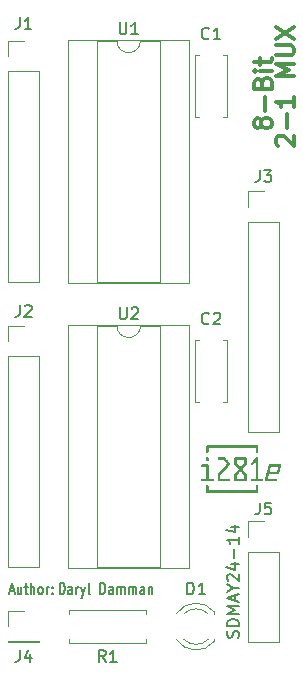
<source format=gto>
%TF.GenerationSoftware,KiCad,Pcbnew,(6.0.5)*%
%TF.CreationDate,2024-02-04T14:23:38-06:00*%
%TF.ProjectId,i281_mux,69323831-5f6d-4757-982e-6b696361645f,rev?*%
%TF.SameCoordinates,Original*%
%TF.FileFunction,Legend,Top*%
%TF.FilePolarity,Positive*%
%FSLAX46Y46*%
G04 Gerber Fmt 4.6, Leading zero omitted, Abs format (unit mm)*
G04 Created by KiCad (PCBNEW (6.0.5)) date 2024-02-04 14:23:38*
%MOMM*%
%LPD*%
G01*
G04 APERTURE LIST*
%ADD10C,0.200000*%
%ADD11C,0.150000*%
%ADD12C,0.300000*%
%ADD13C,0.120000*%
%ADD14C,1.600000*%
%ADD15O,1.600000X1.600000*%
%ADD16R,1.700000X1.700000*%
%ADD17O,1.700000X1.700000*%
%ADD18R,1.600000X1.600000*%
%ADD19C,1.800000*%
%ADD20R,1.800000X1.800000*%
G04 APERTURE END LIST*
D10*
X162964761Y-112688095D02*
X163012380Y-112545238D01*
X163012380Y-112307142D01*
X162964761Y-112211904D01*
X162917142Y-112164285D01*
X162821904Y-112116666D01*
X162726666Y-112116666D01*
X162631428Y-112164285D01*
X162583809Y-112211904D01*
X162536190Y-112307142D01*
X162488571Y-112497619D01*
X162440952Y-112592857D01*
X162393333Y-112640476D01*
X162298095Y-112688095D01*
X162202857Y-112688095D01*
X162107619Y-112640476D01*
X162060000Y-112592857D01*
X162012380Y-112497619D01*
X162012380Y-112259523D01*
X162060000Y-112116666D01*
X163012380Y-111688095D02*
X162012380Y-111688095D01*
X162012380Y-111450000D01*
X162060000Y-111307142D01*
X162155238Y-111211904D01*
X162250476Y-111164285D01*
X162440952Y-111116666D01*
X162583809Y-111116666D01*
X162774285Y-111164285D01*
X162869523Y-111211904D01*
X162964761Y-111307142D01*
X163012380Y-111450000D01*
X163012380Y-111688095D01*
X163012380Y-110688095D02*
X162012380Y-110688095D01*
X162726666Y-110354761D01*
X162012380Y-110021428D01*
X163012380Y-110021428D01*
X162726666Y-109592857D02*
X162726666Y-109116666D01*
X163012380Y-109688095D02*
X162012380Y-109354761D01*
X163012380Y-109021428D01*
X162536190Y-108497619D02*
X163012380Y-108497619D01*
X162012380Y-108830952D02*
X162536190Y-108497619D01*
X162012380Y-108164285D01*
X162107619Y-107878571D02*
X162060000Y-107830952D01*
X162012380Y-107735714D01*
X162012380Y-107497619D01*
X162060000Y-107402380D01*
X162107619Y-107354761D01*
X162202857Y-107307142D01*
X162298095Y-107307142D01*
X162440952Y-107354761D01*
X163012380Y-107926190D01*
X163012380Y-107307142D01*
X162345714Y-106450000D02*
X163012380Y-106450000D01*
X161964761Y-106688095D02*
X162679047Y-106926190D01*
X162679047Y-106307142D01*
X162631428Y-105926190D02*
X162631428Y-105164285D01*
X163012380Y-104164285D02*
X163012380Y-104735714D01*
X163012380Y-104450000D02*
X162012380Y-104450000D01*
X162155238Y-104545238D01*
X162250476Y-104640476D01*
X162298095Y-104735714D01*
X162345714Y-103307142D02*
X163012380Y-103307142D01*
X161964761Y-103545238D02*
X162679047Y-103783333D01*
X162679047Y-103164285D01*
D11*
X147836428Y-109037380D02*
X147836428Y-108037380D01*
X148015000Y-108037380D01*
X148122142Y-108085000D01*
X148193571Y-108180238D01*
X148229285Y-108275476D01*
X148265000Y-108465952D01*
X148265000Y-108608809D01*
X148229285Y-108799285D01*
X148193571Y-108894523D01*
X148122142Y-108989761D01*
X148015000Y-109037380D01*
X147836428Y-109037380D01*
X148907857Y-109037380D02*
X148907857Y-108513571D01*
X148872142Y-108418333D01*
X148800714Y-108370714D01*
X148657857Y-108370714D01*
X148586428Y-108418333D01*
X148907857Y-108989761D02*
X148836428Y-109037380D01*
X148657857Y-109037380D01*
X148586428Y-108989761D01*
X148550714Y-108894523D01*
X148550714Y-108799285D01*
X148586428Y-108704047D01*
X148657857Y-108656428D01*
X148836428Y-108656428D01*
X148907857Y-108608809D01*
X149265000Y-109037380D02*
X149265000Y-108370714D01*
X149265000Y-108561190D02*
X149300714Y-108465952D01*
X149336428Y-108418333D01*
X149407857Y-108370714D01*
X149479285Y-108370714D01*
X149657857Y-108370714D02*
X149836428Y-109037380D01*
X150015000Y-108370714D02*
X149836428Y-109037380D01*
X149765000Y-109275476D01*
X149729285Y-109323095D01*
X149657857Y-109370714D01*
X150407857Y-109037380D02*
X150336428Y-108989761D01*
X150300714Y-108894523D01*
X150300714Y-108037380D01*
X151265000Y-109037380D02*
X151265000Y-108037380D01*
X151443571Y-108037380D01*
X151550714Y-108085000D01*
X151622142Y-108180238D01*
X151657857Y-108275476D01*
X151693571Y-108465952D01*
X151693571Y-108608809D01*
X151657857Y-108799285D01*
X151622142Y-108894523D01*
X151550714Y-108989761D01*
X151443571Y-109037380D01*
X151265000Y-109037380D01*
X152336428Y-109037380D02*
X152336428Y-108513571D01*
X152300714Y-108418333D01*
X152229285Y-108370714D01*
X152086428Y-108370714D01*
X152015000Y-108418333D01*
X152336428Y-108989761D02*
X152265000Y-109037380D01*
X152086428Y-109037380D01*
X152015000Y-108989761D01*
X151979285Y-108894523D01*
X151979285Y-108799285D01*
X152015000Y-108704047D01*
X152086428Y-108656428D01*
X152265000Y-108656428D01*
X152336428Y-108608809D01*
X152693571Y-109037380D02*
X152693571Y-108370714D01*
X152693571Y-108465952D02*
X152729285Y-108418333D01*
X152800714Y-108370714D01*
X152907857Y-108370714D01*
X152979285Y-108418333D01*
X153015000Y-108513571D01*
X153015000Y-109037380D01*
X153015000Y-108513571D02*
X153050714Y-108418333D01*
X153122142Y-108370714D01*
X153229285Y-108370714D01*
X153300714Y-108418333D01*
X153336428Y-108513571D01*
X153336428Y-109037380D01*
X153693571Y-109037380D02*
X153693571Y-108370714D01*
X153693571Y-108465952D02*
X153729285Y-108418333D01*
X153800714Y-108370714D01*
X153907857Y-108370714D01*
X153979285Y-108418333D01*
X154015000Y-108513571D01*
X154015000Y-109037380D01*
X154015000Y-108513571D02*
X154050714Y-108418333D01*
X154122142Y-108370714D01*
X154229285Y-108370714D01*
X154300714Y-108418333D01*
X154336428Y-108513571D01*
X154336428Y-109037380D01*
X155015000Y-109037380D02*
X155015000Y-108513571D01*
X154979285Y-108418333D01*
X154907857Y-108370714D01*
X154765000Y-108370714D01*
X154693571Y-108418333D01*
X155015000Y-108989761D02*
X154943571Y-109037380D01*
X154765000Y-109037380D01*
X154693571Y-108989761D01*
X154657857Y-108894523D01*
X154657857Y-108799285D01*
X154693571Y-108704047D01*
X154765000Y-108656428D01*
X154943571Y-108656428D01*
X155015000Y-108608809D01*
X155372142Y-108370714D02*
X155372142Y-109037380D01*
X155372142Y-108465952D02*
X155407857Y-108418333D01*
X155479285Y-108370714D01*
X155586428Y-108370714D01*
X155657857Y-108418333D01*
X155693571Y-108513571D01*
X155693571Y-109037380D01*
X143593571Y-108751666D02*
X143950714Y-108751666D01*
X143522142Y-109037380D02*
X143772142Y-108037380D01*
X144022142Y-109037380D01*
X144593571Y-108370714D02*
X144593571Y-109037380D01*
X144272142Y-108370714D02*
X144272142Y-108894523D01*
X144307857Y-108989761D01*
X144379285Y-109037380D01*
X144486428Y-109037380D01*
X144557857Y-108989761D01*
X144593571Y-108942142D01*
X144843571Y-108370714D02*
X145129285Y-108370714D01*
X144950714Y-108037380D02*
X144950714Y-108894523D01*
X144986428Y-108989761D01*
X145057857Y-109037380D01*
X145129285Y-109037380D01*
X145379285Y-109037380D02*
X145379285Y-108037380D01*
X145700714Y-109037380D02*
X145700714Y-108513571D01*
X145665000Y-108418333D01*
X145593571Y-108370714D01*
X145486428Y-108370714D01*
X145415000Y-108418333D01*
X145379285Y-108465952D01*
X146165000Y-109037380D02*
X146093571Y-108989761D01*
X146057857Y-108942142D01*
X146022142Y-108846904D01*
X146022142Y-108561190D01*
X146057857Y-108465952D01*
X146093571Y-108418333D01*
X146165000Y-108370714D01*
X146272142Y-108370714D01*
X146343571Y-108418333D01*
X146379285Y-108465952D01*
X146415000Y-108561190D01*
X146415000Y-108846904D01*
X146379285Y-108942142D01*
X146343571Y-108989761D01*
X146272142Y-109037380D01*
X146165000Y-109037380D01*
X146736428Y-109037380D02*
X146736428Y-108370714D01*
X146736428Y-108561190D02*
X146772142Y-108465952D01*
X146807857Y-108418333D01*
X146879285Y-108370714D01*
X146950714Y-108370714D01*
X147200714Y-108942142D02*
X147236428Y-108989761D01*
X147200714Y-109037380D01*
X147165000Y-108989761D01*
X147200714Y-108942142D01*
X147200714Y-109037380D01*
X147200714Y-108418333D02*
X147236428Y-108465952D01*
X147200714Y-108513571D01*
X147165000Y-108465952D01*
X147200714Y-108418333D01*
X147200714Y-108513571D01*
D12*
X166326428Y-71040000D02*
X166255000Y-70968571D01*
X166183571Y-70825714D01*
X166183571Y-70468571D01*
X166255000Y-70325714D01*
X166326428Y-70254285D01*
X166469285Y-70182857D01*
X166612142Y-70182857D01*
X166826428Y-70254285D01*
X167683571Y-71111428D01*
X167683571Y-70182857D01*
X167112142Y-69540000D02*
X167112142Y-68397142D01*
X167683571Y-66897142D02*
X167683571Y-67754285D01*
X167683571Y-67325714D02*
X166183571Y-67325714D01*
X166397857Y-67468571D01*
X166540714Y-67611428D01*
X166612142Y-67754285D01*
X167683571Y-65111428D02*
X166183571Y-65111428D01*
X167255000Y-64611428D01*
X166183571Y-64111428D01*
X167683571Y-64111428D01*
X166183571Y-63397142D02*
X167397857Y-63397142D01*
X167540714Y-63325714D01*
X167612142Y-63254285D01*
X167683571Y-63111428D01*
X167683571Y-62825714D01*
X167612142Y-62682857D01*
X167540714Y-62611428D01*
X167397857Y-62540000D01*
X166183571Y-62540000D01*
X166183571Y-61968571D02*
X167683571Y-60968571D01*
X166183571Y-60968571D02*
X167683571Y-61968571D01*
X164921428Y-69282142D02*
X164850000Y-69425000D01*
X164778571Y-69496428D01*
X164635714Y-69567857D01*
X164564285Y-69567857D01*
X164421428Y-69496428D01*
X164350000Y-69425000D01*
X164278571Y-69282142D01*
X164278571Y-68996428D01*
X164350000Y-68853571D01*
X164421428Y-68782142D01*
X164564285Y-68710714D01*
X164635714Y-68710714D01*
X164778571Y-68782142D01*
X164850000Y-68853571D01*
X164921428Y-68996428D01*
X164921428Y-69282142D01*
X164992857Y-69425000D01*
X165064285Y-69496428D01*
X165207142Y-69567857D01*
X165492857Y-69567857D01*
X165635714Y-69496428D01*
X165707142Y-69425000D01*
X165778571Y-69282142D01*
X165778571Y-68996428D01*
X165707142Y-68853571D01*
X165635714Y-68782142D01*
X165492857Y-68710714D01*
X165207142Y-68710714D01*
X165064285Y-68782142D01*
X164992857Y-68853571D01*
X164921428Y-68996428D01*
X165207142Y-68067857D02*
X165207142Y-66925000D01*
X164992857Y-65710714D02*
X165064285Y-65496428D01*
X165135714Y-65425000D01*
X165278571Y-65353571D01*
X165492857Y-65353571D01*
X165635714Y-65425000D01*
X165707142Y-65496428D01*
X165778571Y-65639285D01*
X165778571Y-66210714D01*
X164278571Y-66210714D01*
X164278571Y-65710714D01*
X164350000Y-65567857D01*
X164421428Y-65496428D01*
X164564285Y-65425000D01*
X164707142Y-65425000D01*
X164850000Y-65496428D01*
X164921428Y-65567857D01*
X164992857Y-65710714D01*
X164992857Y-66210714D01*
X165778571Y-64710714D02*
X164778571Y-64710714D01*
X164278571Y-64710714D02*
X164350000Y-64782142D01*
X164421428Y-64710714D01*
X164350000Y-64639285D01*
X164278571Y-64710714D01*
X164421428Y-64710714D01*
X164778571Y-64210714D02*
X164778571Y-63639285D01*
X164278571Y-63996428D02*
X165564285Y-63996428D01*
X165707142Y-63925000D01*
X165778571Y-63782142D01*
X165778571Y-63639285D01*
D11*
X151725333Y-114752380D02*
X151392000Y-114276190D01*
X151153904Y-114752380D02*
X151153904Y-113752380D01*
X151534857Y-113752380D01*
X151630095Y-113800000D01*
X151677714Y-113847619D01*
X151725333Y-113942857D01*
X151725333Y-114085714D01*
X151677714Y-114180952D01*
X151630095Y-114228571D01*
X151534857Y-114276190D01*
X151153904Y-114276190D01*
X152677714Y-114752380D02*
X152106285Y-114752380D01*
X152392000Y-114752380D02*
X152392000Y-113752380D01*
X152296761Y-113895238D01*
X152201523Y-113990476D01*
X152106285Y-114038095D01*
X144456666Y-113752380D02*
X144456666Y-114466666D01*
X144409047Y-114609523D01*
X144313809Y-114704761D01*
X144170952Y-114752380D01*
X144075714Y-114752380D01*
X145361428Y-114085714D02*
X145361428Y-114752380D01*
X145123333Y-113704761D02*
X144885238Y-114419047D01*
X145504285Y-114419047D01*
X160488333Y-86082142D02*
X160440714Y-86129761D01*
X160297857Y-86177380D01*
X160202619Y-86177380D01*
X160059761Y-86129761D01*
X159964523Y-86034523D01*
X159916904Y-85939285D01*
X159869285Y-85748809D01*
X159869285Y-85605952D01*
X159916904Y-85415476D01*
X159964523Y-85320238D01*
X160059761Y-85225000D01*
X160202619Y-85177380D01*
X160297857Y-85177380D01*
X160440714Y-85225000D01*
X160488333Y-85272619D01*
X160869285Y-85272619D02*
X160916904Y-85225000D01*
X161012142Y-85177380D01*
X161250238Y-85177380D01*
X161345476Y-85225000D01*
X161393095Y-85272619D01*
X161440714Y-85367857D01*
X161440714Y-85463095D01*
X161393095Y-85605952D01*
X160821666Y-86177380D01*
X161440714Y-86177380D01*
X160488333Y-61952142D02*
X160440714Y-61999761D01*
X160297857Y-62047380D01*
X160202619Y-62047380D01*
X160059761Y-61999761D01*
X159964523Y-61904523D01*
X159916904Y-61809285D01*
X159869285Y-61618809D01*
X159869285Y-61475952D01*
X159916904Y-61285476D01*
X159964523Y-61190238D01*
X160059761Y-61095000D01*
X160202619Y-61047380D01*
X160297857Y-61047380D01*
X160440714Y-61095000D01*
X160488333Y-61142619D01*
X161440714Y-62047380D02*
X160869285Y-62047380D01*
X161155000Y-62047380D02*
X161155000Y-61047380D01*
X161059761Y-61190238D01*
X160964523Y-61285476D01*
X160869285Y-61333095D01*
X164766666Y-101262380D02*
X164766666Y-101976666D01*
X164719047Y-102119523D01*
X164623809Y-102214761D01*
X164480952Y-102262380D01*
X164385714Y-102262380D01*
X165719047Y-101262380D02*
X165242857Y-101262380D01*
X165195238Y-101738571D01*
X165242857Y-101690952D01*
X165338095Y-101643333D01*
X165576190Y-101643333D01*
X165671428Y-101690952D01*
X165719047Y-101738571D01*
X165766666Y-101833809D01*
X165766666Y-102071904D01*
X165719047Y-102167142D01*
X165671428Y-102214761D01*
X165576190Y-102262380D01*
X165338095Y-102262380D01*
X165242857Y-102214761D01*
X165195238Y-102167142D01*
X144456666Y-84542380D02*
X144456666Y-85256666D01*
X144409047Y-85399523D01*
X144313809Y-85494761D01*
X144170952Y-85542380D01*
X144075714Y-85542380D01*
X144885238Y-84637619D02*
X144932857Y-84590000D01*
X145028095Y-84542380D01*
X145266190Y-84542380D01*
X145361428Y-84590000D01*
X145409047Y-84637619D01*
X145456666Y-84732857D01*
X145456666Y-84828095D01*
X145409047Y-84970952D01*
X144837619Y-85542380D01*
X145456666Y-85542380D01*
X164766666Y-73112380D02*
X164766666Y-73826666D01*
X164719047Y-73969523D01*
X164623809Y-74064761D01*
X164480952Y-74112380D01*
X164385714Y-74112380D01*
X165147619Y-73112380D02*
X165766666Y-73112380D01*
X165433333Y-73493333D01*
X165576190Y-73493333D01*
X165671428Y-73540952D01*
X165719047Y-73588571D01*
X165766666Y-73683809D01*
X165766666Y-73921904D01*
X165719047Y-74017142D01*
X165671428Y-74064761D01*
X165576190Y-74112380D01*
X165290476Y-74112380D01*
X165195238Y-74064761D01*
X165147619Y-74017142D01*
X144446666Y-60158380D02*
X144446666Y-60872666D01*
X144399047Y-61015523D01*
X144303809Y-61110761D01*
X144160952Y-61158380D01*
X144065714Y-61158380D01*
X145446666Y-61158380D02*
X144875238Y-61158380D01*
X145160952Y-61158380D02*
X145160952Y-60158380D01*
X145065714Y-60301238D01*
X144970476Y-60396476D01*
X144875238Y-60444095D01*
X152908095Y-60612380D02*
X152908095Y-61421904D01*
X152955714Y-61517142D01*
X153003333Y-61564761D01*
X153098571Y-61612380D01*
X153289047Y-61612380D01*
X153384285Y-61564761D01*
X153431904Y-61517142D01*
X153479523Y-61421904D01*
X153479523Y-60612380D01*
X154479523Y-61612380D02*
X153908095Y-61612380D01*
X154193809Y-61612380D02*
X154193809Y-60612380D01*
X154098571Y-60755238D01*
X154003333Y-60850476D01*
X153908095Y-60898095D01*
X152928095Y-84732380D02*
X152928095Y-85541904D01*
X152975714Y-85637142D01*
X153023333Y-85684761D01*
X153118571Y-85732380D01*
X153309047Y-85732380D01*
X153404285Y-85684761D01*
X153451904Y-85637142D01*
X153499523Y-85541904D01*
X153499523Y-84732380D01*
X153928095Y-84827619D02*
X153975714Y-84780000D01*
X154070952Y-84732380D01*
X154309047Y-84732380D01*
X154404285Y-84780000D01*
X154451904Y-84827619D01*
X154499523Y-84922857D01*
X154499523Y-85018095D01*
X154451904Y-85160952D01*
X153880476Y-85732380D01*
X154499523Y-85732380D01*
X158646904Y-109037380D02*
X158646904Y-108037380D01*
X158885000Y-108037380D01*
X159027857Y-108085000D01*
X159123095Y-108180238D01*
X159170714Y-108275476D01*
X159218333Y-108465952D01*
X159218333Y-108608809D01*
X159170714Y-108799285D01*
X159123095Y-108894523D01*
X159027857Y-108989761D01*
X158885000Y-109037380D01*
X158646904Y-109037380D01*
X160170714Y-109037380D02*
X159599285Y-109037380D01*
X159885000Y-109037380D02*
X159885000Y-108037380D01*
X159789761Y-108180238D01*
X159694523Y-108275476D01*
X159599285Y-108323095D01*
D13*
X155162000Y-113120000D02*
X155162000Y-112790000D01*
X148622000Y-110380000D02*
X155162000Y-110380000D01*
X148622000Y-113120000D02*
X155162000Y-113120000D01*
X148622000Y-112790000D02*
X148622000Y-113120000D01*
X148622000Y-110710000D02*
X148622000Y-110380000D01*
X155162000Y-110380000D02*
X155162000Y-110710000D01*
X143460000Y-110420000D02*
X144790000Y-110420000D01*
X143460000Y-113020000D02*
X146120000Y-113020000D01*
X143460000Y-113080000D02*
X146120000Y-113080000D01*
X146120000Y-113020000D02*
X146120000Y-113080000D01*
X143460000Y-113020000D02*
X143460000Y-113080000D01*
X143460000Y-111750000D02*
X143460000Y-110420000D01*
X159600000Y-92750000D02*
X159285000Y-92750000D01*
X162025000Y-87510000D02*
X162025000Y-92750000D01*
X159285000Y-87510000D02*
X159285000Y-92750000D01*
X162025000Y-92750000D02*
X161710000Y-92750000D01*
X159600000Y-87510000D02*
X159285000Y-87510000D01*
X162025000Y-87510000D02*
X161710000Y-87510000D01*
X159600000Y-68620000D02*
X159285000Y-68620000D01*
X162025000Y-63380000D02*
X162025000Y-68620000D01*
X159285000Y-63380000D02*
X159285000Y-68620000D01*
X162025000Y-68620000D02*
X161710000Y-68620000D01*
X159600000Y-63380000D02*
X159285000Y-63380000D01*
X162025000Y-63380000D02*
X161710000Y-63380000D01*
X166430000Y-105410000D02*
X166430000Y-113090000D01*
X163770000Y-104140000D02*
X163770000Y-102810000D01*
X163770000Y-113090000D02*
X166430000Y-113090000D01*
X163770000Y-105410000D02*
X166430000Y-105410000D01*
X163770000Y-102810000D02*
X165100000Y-102810000D01*
X163770000Y-105410000D02*
X163770000Y-113090000D01*
G36*
X160074428Y-98012014D02*
G01*
X160140076Y-98012547D01*
X160208013Y-98013232D01*
X160262103Y-98013949D01*
X160304122Y-98014823D01*
X160335851Y-98015979D01*
X160359065Y-98017540D01*
X160375545Y-98019632D01*
X160387066Y-98022380D01*
X160395408Y-98025908D01*
X160402349Y-98030340D01*
X160403255Y-98030999D01*
X160412395Y-98037571D01*
X160420333Y-98043669D01*
X160427153Y-98050381D01*
X160432941Y-98058792D01*
X160437780Y-98069991D01*
X160441756Y-98085065D01*
X160444953Y-98105100D01*
X160447455Y-98131184D01*
X160449348Y-98164403D01*
X160450716Y-98205846D01*
X160451643Y-98256599D01*
X160452214Y-98317749D01*
X160452514Y-98390384D01*
X160452627Y-98475590D01*
X160452639Y-98574454D01*
X160452632Y-98665249D01*
X160452644Y-99229737D01*
X160625561Y-99229737D01*
X160682425Y-99229831D01*
X160725884Y-99230231D01*
X160758154Y-99231113D01*
X160781456Y-99232654D01*
X160798009Y-99235028D01*
X160810030Y-99238413D01*
X160819739Y-99242985D01*
X160823960Y-99245486D01*
X160852132Y-99270999D01*
X160868393Y-99303063D01*
X160872959Y-99338379D01*
X160866048Y-99373646D01*
X160847878Y-99405564D01*
X160818665Y-99430834D01*
X160811486Y-99434815D01*
X160804758Y-99437748D01*
X160796166Y-99440230D01*
X160784441Y-99442298D01*
X160768317Y-99443989D01*
X160746528Y-99445339D01*
X160717805Y-99446384D01*
X160680883Y-99447162D01*
X160634493Y-99447708D01*
X160577371Y-99448060D01*
X160508247Y-99448253D01*
X160425857Y-99448324D01*
X160343262Y-99448316D01*
X160248725Y-99448259D01*
X160168522Y-99448133D01*
X160101364Y-99447898D01*
X160045960Y-99447513D01*
X160001018Y-99446937D01*
X159965249Y-99446129D01*
X159937361Y-99445049D01*
X159916064Y-99443656D01*
X159900067Y-99441908D01*
X159888079Y-99439765D01*
X159878809Y-99437186D01*
X159870968Y-99434131D01*
X159869142Y-99433316D01*
X159838914Y-99413164D01*
X159820338Y-99384569D01*
X159812423Y-99345769D01*
X159811980Y-99331579D01*
X159813651Y-99304887D01*
X159820784Y-99285484D01*
X159836551Y-99265202D01*
X159838711Y-99262827D01*
X159865442Y-99233643D01*
X160049661Y-99231288D01*
X160233880Y-99228934D01*
X160233880Y-98229675D01*
X160061607Y-98229675D01*
X160000243Y-98229487D01*
X159952380Y-98228656D01*
X159915897Y-98226783D01*
X159888671Y-98223469D01*
X159868580Y-98218315D01*
X159853502Y-98210922D01*
X159841313Y-98200891D01*
X159829893Y-98187824D01*
X159828295Y-98185806D01*
X159815810Y-98159028D01*
X159811629Y-98124932D01*
X159815774Y-98089451D01*
X159827806Y-98059273D01*
X159836370Y-98046320D01*
X159845751Y-98035876D01*
X159857617Y-98027689D01*
X159873637Y-98021512D01*
X159895478Y-98017093D01*
X159924810Y-98014183D01*
X159963300Y-98012533D01*
X160012616Y-98011893D01*
X160074428Y-98012014D01*
G37*
G36*
X160376220Y-97409572D02*
G01*
X160408951Y-97426839D01*
X160433782Y-97454940D01*
X160448017Y-97492377D01*
X160448905Y-97497555D01*
X160452155Y-97531615D01*
X160453129Y-97571645D01*
X160452064Y-97613808D01*
X160449197Y-97654265D01*
X160444766Y-97689177D01*
X160439008Y-97714707D01*
X160434883Y-97724130D01*
X160407083Y-97753489D01*
X160372130Y-97770224D01*
X160333115Y-97773507D01*
X160293132Y-97762512D01*
X160292478Y-97762204D01*
X160271509Y-97750657D01*
X160256157Y-97737131D01*
X160245576Y-97719122D01*
X160238918Y-97694121D01*
X160235337Y-97659623D01*
X160233987Y-97613120D01*
X160233880Y-97588727D01*
X160234637Y-97535379D01*
X160237493Y-97495199D01*
X160243329Y-97465777D01*
X160253026Y-97444702D01*
X160267462Y-97429565D01*
X160287519Y-97417956D01*
X160297852Y-97413543D01*
X160338289Y-97404640D01*
X160376220Y-97409572D01*
G37*
G36*
X164586836Y-97409291D02*
G01*
X164604163Y-97415842D01*
X164613247Y-97419462D01*
X164621365Y-97422409D01*
X164628569Y-97425534D01*
X164634916Y-97429686D01*
X164640457Y-97435716D01*
X164645249Y-97444475D01*
X164649344Y-97456812D01*
X164652797Y-97473579D01*
X164655662Y-97495626D01*
X164657993Y-97523803D01*
X164659845Y-97558961D01*
X164661270Y-97601949D01*
X164662324Y-97653619D01*
X164663061Y-97714821D01*
X164663534Y-97786406D01*
X164663797Y-97869223D01*
X164663906Y-97964123D01*
X164663913Y-98071956D01*
X164663874Y-98193574D01*
X164663841Y-98329826D01*
X164663840Y-98353893D01*
X164663840Y-99228934D01*
X164846948Y-99231288D01*
X165030056Y-99233643D01*
X165054042Y-99256638D01*
X165071641Y-99278502D01*
X165084266Y-99302909D01*
X165085632Y-99307176D01*
X165088672Y-99344008D01*
X165079337Y-99379937D01*
X165059792Y-99411207D01*
X165032206Y-99434066D01*
X165006914Y-99443561D01*
X164994621Y-99444479D01*
X164968213Y-99445331D01*
X164929200Y-99446102D01*
X164879093Y-99446775D01*
X164819403Y-99447337D01*
X164751641Y-99447771D01*
X164677318Y-99448063D01*
X164597943Y-99448197D01*
X164547622Y-99448194D01*
X164449836Y-99448055D01*
X164366555Y-99447769D01*
X164296659Y-99447308D01*
X164239029Y-99446648D01*
X164192543Y-99445761D01*
X164156083Y-99444621D01*
X164128527Y-99443201D01*
X164108757Y-99441477D01*
X164095651Y-99439420D01*
X164088924Y-99437395D01*
X164058039Y-99416024D01*
X164035475Y-99384580D01*
X164026355Y-99357521D01*
X164026614Y-99323180D01*
X164037820Y-99288385D01*
X164057511Y-99258981D01*
X164073457Y-99245674D01*
X164082900Y-99240450D01*
X164093545Y-99236507D01*
X164107615Y-99233666D01*
X164127333Y-99231749D01*
X164154921Y-99230576D01*
X164192604Y-99229971D01*
X164242603Y-99229755D01*
X164272160Y-99229737D01*
X164445077Y-99229737D01*
X164445077Y-98513175D01*
X164445047Y-98388884D01*
X164444948Y-98279371D01*
X164444768Y-98183788D01*
X164444495Y-98101287D01*
X164444115Y-98031020D01*
X164443617Y-97972140D01*
X164442988Y-97923797D01*
X164442214Y-97885144D01*
X164441285Y-97855334D01*
X164440186Y-97833517D01*
X164438906Y-97818847D01*
X164437432Y-97810476D01*
X164435752Y-97807554D01*
X164434650Y-97808053D01*
X164375896Y-97871923D01*
X164322907Y-97928328D01*
X164276440Y-97976508D01*
X164237250Y-98015706D01*
X164206092Y-98045161D01*
X164183722Y-98064116D01*
X164172549Y-98071258D01*
X164136592Y-98078455D01*
X164100268Y-98072469D01*
X164067449Y-98055155D01*
X164042006Y-98028370D01*
X164030004Y-98002893D01*
X164025838Y-97987200D01*
X164023894Y-97972620D01*
X164025026Y-97957895D01*
X164030085Y-97941764D01*
X164039924Y-97922968D01*
X164055396Y-97900247D01*
X164077351Y-97872343D01*
X164106643Y-97837995D01*
X164144124Y-97795945D01*
X164190645Y-97744932D01*
X164243008Y-97688085D01*
X164289746Y-97637582D01*
X164334335Y-97589640D01*
X164375389Y-97545731D01*
X164411525Y-97507326D01*
X164441357Y-97475895D01*
X164463503Y-97452909D01*
X164476576Y-97439839D01*
X164477207Y-97439249D01*
X164512494Y-97414095D01*
X164548463Y-97404215D01*
X164586836Y-97409291D01*
G37*
G36*
X165419632Y-98510797D02*
G01*
X165442488Y-98424164D01*
X165463815Y-98343958D01*
X165483300Y-98271342D01*
X165500627Y-98207479D01*
X165515482Y-98153531D01*
X165527551Y-98110660D01*
X165536519Y-98080031D01*
X165542071Y-98062805D01*
X165543450Y-98059609D01*
X165558464Y-98042962D01*
X165578801Y-98027150D01*
X165580337Y-98026194D01*
X165586172Y-98022962D01*
X165593067Y-98020223D01*
X165602281Y-98017935D01*
X165615073Y-98016058D01*
X165632703Y-98014551D01*
X165656432Y-98013373D01*
X165687517Y-98012484D01*
X165727220Y-98011844D01*
X165776800Y-98011411D01*
X165837516Y-98011144D01*
X165910628Y-98011004D01*
X165997396Y-98010949D01*
X166052849Y-98010941D01*
X166152120Y-98010944D01*
X166236974Y-98011042D01*
X166308621Y-98011349D01*
X166368271Y-98011976D01*
X166417132Y-98013039D01*
X166456413Y-98014648D01*
X166487325Y-98016918D01*
X166511076Y-98019962D01*
X166528876Y-98023891D01*
X166541934Y-98028821D01*
X166551460Y-98034862D01*
X166558663Y-98042130D01*
X166564752Y-98050735D01*
X166570007Y-98059273D01*
X166581946Y-98089397D01*
X166585804Y-98119108D01*
X166583831Y-98134796D01*
X166578233Y-98163431D01*
X166569518Y-98203043D01*
X166558193Y-98251666D01*
X166544765Y-98307329D01*
X166529741Y-98368065D01*
X166513629Y-98431905D01*
X166496934Y-98496880D01*
X166480165Y-98561023D01*
X166463829Y-98622364D01*
X166448432Y-98678935D01*
X166434482Y-98728768D01*
X166422485Y-98769893D01*
X166412949Y-98800343D01*
X166406381Y-98818150D01*
X166405073Y-98820720D01*
X166398330Y-98831392D01*
X166391186Y-98840412D01*
X166382344Y-98847920D01*
X166370509Y-98854054D01*
X166354382Y-98858953D01*
X166332670Y-98862756D01*
X166304074Y-98865602D01*
X166267299Y-98867628D01*
X166221048Y-98868975D01*
X166164026Y-98869781D01*
X166094935Y-98870184D01*
X166012480Y-98870324D01*
X165941631Y-98870339D01*
X165853833Y-98870368D01*
X165780373Y-98870483D01*
X165719962Y-98870730D01*
X165671312Y-98871153D01*
X165633134Y-98871799D01*
X165604140Y-98872712D01*
X165583042Y-98873938D01*
X165568551Y-98875521D01*
X165559379Y-98877507D01*
X165554238Y-98879940D01*
X165551838Y-98882867D01*
X165551409Y-98884012D01*
X165548235Y-98895525D01*
X165541818Y-98919632D01*
X165532827Y-98953799D01*
X165521927Y-98995491D01*
X165509784Y-99042174D01*
X165507744Y-99050038D01*
X165495458Y-99097292D01*
X165484298Y-99139966D01*
X165474930Y-99175525D01*
X165468025Y-99201434D01*
X165464250Y-99215159D01*
X165463978Y-99216064D01*
X165463712Y-99219231D01*
X165465925Y-99221869D01*
X165471903Y-99224026D01*
X165482934Y-99225751D01*
X165500305Y-99227091D01*
X165525303Y-99228095D01*
X165559215Y-99228811D01*
X165603328Y-99229288D01*
X165658929Y-99229573D01*
X165727305Y-99229716D01*
X165809744Y-99229763D01*
X165829401Y-99229766D01*
X165915173Y-99229798D01*
X165986720Y-99229915D01*
X166045446Y-99230172D01*
X166092753Y-99230623D01*
X166130044Y-99231322D01*
X166158719Y-99232324D01*
X166180183Y-99233683D01*
X166195836Y-99235453D01*
X166207082Y-99237688D01*
X166215322Y-99240443D01*
X166221960Y-99243772D01*
X166224104Y-99245046D01*
X166252293Y-99270265D01*
X166268614Y-99302010D01*
X166273389Y-99337029D01*
X166266934Y-99372067D01*
X166249571Y-99403869D01*
X166221617Y-99429181D01*
X166205202Y-99437787D01*
X166191552Y-99440256D01*
X166164063Y-99442425D01*
X166124493Y-99444294D01*
X166074600Y-99445865D01*
X166016140Y-99447138D01*
X165950871Y-99448114D01*
X165880550Y-99448793D01*
X165806935Y-99449175D01*
X165731783Y-99449263D01*
X165656851Y-99449055D01*
X165583897Y-99448553D01*
X165514678Y-99447757D01*
X165450951Y-99446668D01*
X165394474Y-99445286D01*
X165347003Y-99443613D01*
X165310297Y-99441648D01*
X165286113Y-99439392D01*
X165277159Y-99437471D01*
X165242996Y-99414810D01*
X165221060Y-99383377D01*
X165213203Y-99353277D01*
X165213360Y-99343709D01*
X165215395Y-99328010D01*
X165219513Y-99305334D01*
X165225915Y-99274835D01*
X165234806Y-99235669D01*
X165246389Y-99186988D01*
X165260867Y-99127949D01*
X165278444Y-99057705D01*
X165299322Y-98975410D01*
X165323706Y-98880220D01*
X165351797Y-98771289D01*
X165370592Y-98698693D01*
X165382801Y-98651754D01*
X165610856Y-98651754D01*
X165920315Y-98649712D01*
X166229774Y-98647669D01*
X166278647Y-98460158D01*
X166292410Y-98407229D01*
X166305064Y-98358323D01*
X166316007Y-98315794D01*
X166324633Y-98281997D01*
X166330339Y-98259285D01*
X166332290Y-98251161D01*
X166337060Y-98229675D01*
X165720287Y-98229675D01*
X165715650Y-98247254D01*
X165712475Y-98259430D01*
X165705970Y-98284480D01*
X165696717Y-98320155D01*
X165685302Y-98364200D01*
X165672309Y-98414365D01*
X165660935Y-98458294D01*
X165610856Y-98651754D01*
X165382801Y-98651754D01*
X165395561Y-98602694D01*
X165419632Y-98510797D01*
G37*
G36*
X164633508Y-96455209D02*
G01*
X164663840Y-96485542D01*
X164663840Y-96737508D01*
X164663796Y-96807170D01*
X164663596Y-96862962D01*
X164663140Y-96906642D01*
X164662329Y-96939965D01*
X164661062Y-96964689D01*
X164659241Y-96982570D01*
X164656764Y-96995364D01*
X164653532Y-97004828D01*
X164649446Y-97012718D01*
X164648064Y-97014999D01*
X164628288Y-97035883D01*
X164599875Y-97053487D01*
X164569803Y-97063984D01*
X164556254Y-97065369D01*
X164541215Y-97062150D01*
X164519107Y-97054236D01*
X164509270Y-97050007D01*
X164482940Y-97033941D01*
X164465465Y-97011199D01*
X164460611Y-97001348D01*
X164455418Y-96988386D01*
X164451542Y-96973948D01*
X164448792Y-96955605D01*
X164446978Y-96930929D01*
X164445908Y-96897492D01*
X164445392Y-96852867D01*
X164445249Y-96805759D01*
X164445077Y-96643640D01*
X160453718Y-96643640D01*
X160451228Y-96817479D01*
X160450274Y-96875115D01*
X160449155Y-96919254D01*
X160447689Y-96952024D01*
X160445694Y-96975555D01*
X160442986Y-96991974D01*
X160439383Y-97003411D01*
X160434702Y-97011993D01*
X160434522Y-97012260D01*
X160405866Y-97042009D01*
X160370699Y-97058902D01*
X160332119Y-97062112D01*
X160293222Y-97050809D01*
X160292223Y-97050309D01*
X160277005Y-97042352D01*
X160264694Y-97034388D01*
X160254982Y-97024761D01*
X160247561Y-97011819D01*
X160242122Y-96993908D01*
X160238358Y-96969374D01*
X160235960Y-96936564D01*
X160234621Y-96893824D01*
X160234032Y-96839501D01*
X160233885Y-96771940D01*
X160233880Y-96737224D01*
X160233880Y-96485542D01*
X160264213Y-96455209D01*
X160294546Y-96424877D01*
X164603175Y-96424877D01*
X164633508Y-96455209D01*
G37*
G36*
X161497111Y-97402418D02*
G01*
X161556193Y-97402850D01*
X161563331Y-97402927D01*
X161787245Y-97405406D01*
X161815132Y-97428845D01*
X161826557Y-97439718D01*
X161847219Y-97460709D01*
X161875792Y-97490419D01*
X161910951Y-97527451D01*
X161951369Y-97570405D01*
X161995722Y-97617885D01*
X162042683Y-97668492D01*
X162053705Y-97680418D01*
X162110435Y-97741987D01*
X162157317Y-97793380D01*
X162195189Y-97835819D01*
X162224891Y-97870527D01*
X162247265Y-97898726D01*
X162263150Y-97921636D01*
X162273385Y-97940482D01*
X162278812Y-97956484D01*
X162280270Y-97970864D01*
X162278599Y-97984845D01*
X162274639Y-97999649D01*
X162274174Y-98001145D01*
X162269607Y-98009875D01*
X162259402Y-98024187D01*
X162243035Y-98044669D01*
X162219981Y-98071909D01*
X162189716Y-98106495D01*
X162151716Y-98149014D01*
X162105456Y-98200054D01*
X162050412Y-98260203D01*
X161986059Y-98330050D01*
X161911874Y-98410181D01*
X161847321Y-98479690D01*
X161429650Y-98928937D01*
X161429266Y-99229737D01*
X161816757Y-99229737D01*
X161908341Y-99229723D01*
X161985608Y-99229799D01*
X162049866Y-99230144D01*
X162102423Y-99230933D01*
X162144587Y-99232344D01*
X162177667Y-99234555D01*
X162202971Y-99237741D01*
X162221808Y-99242082D01*
X162235484Y-99247752D01*
X162245310Y-99254931D01*
X162252592Y-99263795D01*
X162258640Y-99274520D01*
X162264762Y-99287285D01*
X162266362Y-99290620D01*
X162278140Y-99330614D01*
X162275099Y-99368631D01*
X162258041Y-99402290D01*
X162227766Y-99429210D01*
X162217822Y-99434815D01*
X162211124Y-99437745D01*
X162202614Y-99440219D01*
X162191024Y-99442271D01*
X162175088Y-99443936D01*
X162153536Y-99445247D01*
X162125101Y-99446239D01*
X162088517Y-99446946D01*
X162042514Y-99447402D01*
X161985826Y-99447641D01*
X161917184Y-99447697D01*
X161835322Y-99447605D01*
X161749599Y-99447424D01*
X161667522Y-99447171D01*
X161589795Y-99446821D01*
X161517885Y-99446388D01*
X161453255Y-99445886D01*
X161397371Y-99445328D01*
X161351699Y-99444730D01*
X161317703Y-99444105D01*
X161296850Y-99443467D01*
X161290871Y-99443023D01*
X161266759Y-99431664D01*
X161243525Y-99409608D01*
X161225333Y-99381435D01*
X161218582Y-99363543D01*
X161215600Y-99343904D01*
X161213438Y-99309984D01*
X161212087Y-99261477D01*
X161211540Y-99198075D01*
X161211790Y-99119474D01*
X161212042Y-99090635D01*
X161212862Y-99020218D01*
X161213841Y-98963789D01*
X161215067Y-98919713D01*
X161216631Y-98886352D01*
X161218619Y-98862070D01*
X161221120Y-98845229D01*
X161224223Y-98834194D01*
X161226129Y-98830162D01*
X161233267Y-98821166D01*
X161250194Y-98801696D01*
X161276044Y-98772704D01*
X161309946Y-98735142D01*
X161351033Y-98689963D01*
X161398436Y-98638120D01*
X161451287Y-98580564D01*
X161508717Y-98518248D01*
X161569859Y-98452124D01*
X161627305Y-98390184D01*
X161700920Y-98310911D01*
X161764592Y-98242284D01*
X161819010Y-98183498D01*
X161864867Y-98133752D01*
X161902852Y-98092240D01*
X161933657Y-98058160D01*
X161957972Y-98030709D01*
X161976488Y-98009081D01*
X161989896Y-97992475D01*
X161998887Y-97980087D01*
X162004150Y-97971113D01*
X162006378Y-97964749D01*
X162006261Y-97960193D01*
X162004489Y-97956640D01*
X162002328Y-97953962D01*
X161993319Y-97943910D01*
X161975199Y-97924092D01*
X161949507Y-97896174D01*
X161917782Y-97861827D01*
X161881562Y-97822718D01*
X161842386Y-97780514D01*
X161840669Y-97778667D01*
X161693444Y-97620263D01*
X161281364Y-97620263D01*
X161253855Y-97596110D01*
X161229052Y-97565471D01*
X161216973Y-97530812D01*
X161216773Y-97495189D01*
X161227607Y-97461658D01*
X161248632Y-97433275D01*
X161279002Y-97413096D01*
X161306586Y-97405303D01*
X161322859Y-97404125D01*
X161352403Y-97403226D01*
X161392862Y-97402628D01*
X161441883Y-97402351D01*
X161497111Y-97402418D01*
G37*
G36*
X164584523Y-99790105D02*
G01*
X164614642Y-99804614D01*
X164639634Y-99824327D01*
X164648064Y-99835000D01*
X164652422Y-99842761D01*
X164655895Y-99851579D01*
X164658583Y-99863209D01*
X164660588Y-99879408D01*
X164662007Y-99901933D01*
X164662942Y-99932540D01*
X164663492Y-99972985D01*
X164663758Y-100025026D01*
X164663838Y-100090418D01*
X164663840Y-100112491D01*
X164663840Y-100364457D01*
X164633508Y-100394790D01*
X164603175Y-100425123D01*
X160294546Y-100425123D01*
X160233880Y-100364457D01*
X160233880Y-100112775D01*
X160233929Y-100038689D01*
X160234286Y-99978581D01*
X160235268Y-99930802D01*
X160237194Y-99893703D01*
X160240380Y-99865636D01*
X160245144Y-99844953D01*
X160251803Y-99830005D01*
X160260675Y-99819143D01*
X160272077Y-99810719D01*
X160286326Y-99803084D01*
X160294245Y-99799229D01*
X160323177Y-99788476D01*
X160350021Y-99787164D01*
X160359385Y-99788449D01*
X160391079Y-99800369D01*
X160419628Y-99822527D01*
X160440376Y-99850589D01*
X160447582Y-99870482D01*
X160449152Y-99886027D01*
X160450524Y-99914313D01*
X160451617Y-99952457D01*
X160452350Y-99997575D01*
X160452642Y-100046783D01*
X160452644Y-100051076D01*
X160452644Y-100206359D01*
X164445077Y-100206359D01*
X164445249Y-100044240D01*
X164445450Y-99988523D01*
X164446048Y-99946003D01*
X164447232Y-99914252D01*
X164449195Y-99890843D01*
X164452125Y-99873347D01*
X164456215Y-99859337D01*
X164460611Y-99848651D01*
X164476677Y-99822321D01*
X164499419Y-99804846D01*
X164509270Y-99799992D01*
X164532287Y-99790768D01*
X164551174Y-99785278D01*
X164556254Y-99784630D01*
X164584523Y-99790105D01*
G37*
G36*
X162642443Y-97446060D02*
G01*
X162671458Y-97419369D01*
X162694979Y-97409309D01*
X162711258Y-97407227D01*
X162743145Y-97405540D01*
X162790631Y-97404250D01*
X162853703Y-97403356D01*
X162932351Y-97402858D01*
X163026561Y-97402758D01*
X163136324Y-97403054D01*
X163169406Y-97403205D01*
X163264218Y-97403701D01*
X163344654Y-97404202D01*
X163411963Y-97404753D01*
X163467397Y-97405396D01*
X163512204Y-97406178D01*
X163547636Y-97407141D01*
X163574942Y-97408331D01*
X163595371Y-97409791D01*
X163610175Y-97411565D01*
X163620602Y-97413697D01*
X163627904Y-97416232D01*
X163633329Y-97419215D01*
X163633937Y-97419621D01*
X163646911Y-97428629D01*
X163657388Y-97437350D01*
X163665649Y-97447481D01*
X163671976Y-97460719D01*
X163676649Y-97478761D01*
X163679949Y-97503304D01*
X163682158Y-97536046D01*
X163683556Y-97578682D01*
X163684424Y-97632911D01*
X163685044Y-97700430D01*
X163685270Y-97729644D01*
X163685746Y-97800330D01*
X163685918Y-97857153D01*
X163685713Y-97901873D01*
X163685059Y-97936252D01*
X163683882Y-97962049D01*
X163682109Y-97981027D01*
X163679668Y-97994945D01*
X163676485Y-98005565D01*
X163673551Y-98012461D01*
X163664992Y-98025105D01*
X163647090Y-98047507D01*
X163621233Y-98078069D01*
X163588809Y-98115191D01*
X163551208Y-98157275D01*
X163509819Y-98202723D01*
X163484080Y-98230578D01*
X163441983Y-98276043D01*
X163403501Y-98317896D01*
X163369880Y-98354758D01*
X163342362Y-98385256D01*
X163322193Y-98408011D01*
X163310617Y-98421649D01*
X163308288Y-98425000D01*
X163313416Y-98431764D01*
X163327970Y-98448568D01*
X163350705Y-98474034D01*
X163380378Y-98506788D01*
X163415744Y-98545452D01*
X163455558Y-98588651D01*
X163484080Y-98619421D01*
X163527059Y-98666106D01*
X163567072Y-98710376D01*
X163602730Y-98750630D01*
X163632645Y-98785271D01*
X163655427Y-98812700D01*
X163669688Y-98831317D01*
X163673551Y-98837538D01*
X163677336Y-98846825D01*
X163680328Y-98858080D01*
X163682597Y-98873063D01*
X163684217Y-98893532D01*
X163685261Y-98921244D01*
X163685800Y-98957958D01*
X163685909Y-99005433D01*
X163685659Y-99065426D01*
X163685270Y-99120978D01*
X163683311Y-99375522D01*
X163661677Y-99403872D01*
X163634621Y-99429296D01*
X163610892Y-99440317D01*
X163597111Y-99441958D01*
X163569496Y-99443393D01*
X163529816Y-99444625D01*
X163479837Y-99445653D01*
X163421327Y-99446479D01*
X163356052Y-99447104D01*
X163285778Y-99447529D01*
X163212274Y-99447754D01*
X163137306Y-99447781D01*
X163062641Y-99447611D01*
X162990046Y-99447243D01*
X162921288Y-99446681D01*
X162858133Y-99445923D01*
X162802349Y-99444972D01*
X162755702Y-99443828D01*
X162719960Y-99442492D01*
X162696890Y-99440964D01*
X162689393Y-99439832D01*
X162668100Y-99428535D01*
X162646943Y-99409423D01*
X162642515Y-99404034D01*
X162620746Y-99375493D01*
X162620746Y-99229737D01*
X162835603Y-99229737D01*
X163468454Y-99229737D01*
X163468325Y-99079337D01*
X163468195Y-98928937D01*
X163314018Y-98762667D01*
X163274457Y-98720179D01*
X163238208Y-98681583D01*
X163206657Y-98648329D01*
X163181193Y-98621869D01*
X163163203Y-98603653D01*
X163154073Y-98595131D01*
X163153351Y-98594688D01*
X163146601Y-98599768D01*
X163130676Y-98614967D01*
X163106952Y-98638874D01*
X163076801Y-98670080D01*
X163041598Y-98707173D01*
X163002716Y-98748743D01*
X162991389Y-98760958D01*
X162835918Y-98928937D01*
X162835761Y-99079337D01*
X162835603Y-99229737D01*
X162620746Y-99229737D01*
X162620746Y-99109244D01*
X162620824Y-99036404D01*
X162621104Y-98977584D01*
X162621656Y-98931179D01*
X162622553Y-98895582D01*
X162623863Y-98869188D01*
X162625659Y-98850392D01*
X162628009Y-98837588D01*
X162630986Y-98829170D01*
X162633230Y-98825374D01*
X162641446Y-98815509D01*
X162658949Y-98795713D01*
X162684375Y-98767491D01*
X162716359Y-98732343D01*
X162753535Y-98691773D01*
X162794539Y-98647283D01*
X162820741Y-98618976D01*
X162862722Y-98573545D01*
X162901089Y-98531733D01*
X162934597Y-98494918D01*
X162962001Y-98464481D01*
X162982056Y-98441801D01*
X162993517Y-98428259D01*
X162995769Y-98425000D01*
X162990647Y-98418228D01*
X162976111Y-98401411D01*
X162953406Y-98375927D01*
X162923778Y-98343157D01*
X162888470Y-98304480D01*
X162848729Y-98261277D01*
X162820741Y-98231023D01*
X162778078Y-98184885D01*
X162738414Y-98141754D01*
X162703113Y-98103133D01*
X162673540Y-98070524D01*
X162651060Y-98045430D01*
X162637039Y-98029352D01*
X162633230Y-98024625D01*
X162629819Y-98018156D01*
X162627080Y-98008319D01*
X162624941Y-97993508D01*
X162623331Y-97972118D01*
X162622180Y-97942542D01*
X162621418Y-97903176D01*
X162620973Y-97852414D01*
X162620776Y-97788650D01*
X162620746Y-97740756D01*
X162620746Y-97620263D01*
X162835603Y-97620263D01*
X162835736Y-97770662D01*
X162835868Y-97921062D01*
X162993388Y-98091378D01*
X163150907Y-98261694D01*
X163168687Y-98243731D01*
X163178683Y-98233260D01*
X163197658Y-98213040D01*
X163223994Y-98184808D01*
X163256075Y-98150300D01*
X163292285Y-98111252D01*
X163327295Y-98073415D01*
X163468123Y-97921062D01*
X163468289Y-97770662D01*
X163468454Y-97620263D01*
X162835603Y-97620263D01*
X162620746Y-97620263D01*
X162620746Y-97474506D01*
X162642443Y-97446060D01*
G37*
X143460000Y-86290000D02*
X144790000Y-86290000D01*
X146120000Y-88890000D02*
X146120000Y-106730000D01*
X143460000Y-87620000D02*
X143460000Y-86290000D01*
X143460000Y-88890000D02*
X143460000Y-106730000D01*
X143460000Y-106730000D02*
X146120000Y-106730000D01*
X143460000Y-88890000D02*
X146120000Y-88890000D01*
X163770000Y-77470000D02*
X166430000Y-77470000D01*
X163770000Y-95310000D02*
X166430000Y-95310000D01*
X163770000Y-77470000D02*
X163770000Y-95310000D01*
X163770000Y-76200000D02*
X163770000Y-74870000D01*
X166430000Y-77470000D02*
X166430000Y-95310000D01*
X163770000Y-74870000D02*
X165100000Y-74870000D01*
X143460000Y-62160000D02*
X144790000Y-62160000D01*
X146120000Y-64760000D02*
X146120000Y-82600000D01*
X143460000Y-63490000D02*
X143460000Y-62160000D01*
X143460000Y-64760000D02*
X143460000Y-82600000D01*
X143460000Y-82600000D02*
X146120000Y-82600000D01*
X143460000Y-64760000D02*
X146120000Y-64760000D01*
X152680000Y-62160000D02*
G75*
G03*
X154680000Y-62160000I1000000J0D01*
G01*
X158820000Y-82660000D02*
X158820000Y-62100000D01*
X156330000Y-82600000D02*
X156330000Y-62160000D01*
X148540000Y-62100000D02*
X148540000Y-82660000D01*
X156330000Y-62160000D02*
X154680000Y-62160000D01*
X148540000Y-82660000D02*
X158820000Y-82660000D01*
X151030000Y-62160000D02*
X151030000Y-82600000D01*
X151030000Y-82600000D02*
X156330000Y-82600000D01*
X152680000Y-62160000D02*
X151030000Y-62160000D01*
X158820000Y-62100000D02*
X148540000Y-62100000D01*
X152690000Y-86280000D02*
G75*
G03*
X154690000Y-86280000I1000000J0D01*
G01*
X151040000Y-106720000D02*
X156340000Y-106720000D01*
X156340000Y-86280000D02*
X154690000Y-86280000D01*
X148550000Y-86220000D02*
X148550000Y-106780000D01*
X148550000Y-106780000D02*
X158830000Y-106780000D01*
X158830000Y-86220000D02*
X148550000Y-86220000D01*
X156340000Y-106720000D02*
X156340000Y-86280000D01*
X151040000Y-86280000D02*
X151040000Y-106720000D01*
X152690000Y-86280000D02*
X151040000Y-86280000D01*
X158830000Y-106780000D02*
X158830000Y-86220000D01*
X160945000Y-110524484D02*
G75*
G03*
X157712665Y-110681392I-1560000J-1235516D01*
G01*
X158343870Y-112839837D02*
G75*
G03*
X160425961Y-112840000I1041130J1079837D01*
G01*
X157712665Y-112838608D02*
G75*
G03*
X160945000Y-112995516I1672335J1078608D01*
G01*
X160425961Y-110680000D02*
G75*
G03*
X158343870Y-110680163I-1040961J-1080000D01*
G01*
X160945000Y-112996000D02*
X160945000Y-112840000D01*
X160945000Y-110680000D02*
X160945000Y-110524000D01*
%LPC*%
D14*
X148082000Y-111750000D03*
D15*
X155702000Y-111750000D03*
D16*
X144790000Y-111750000D03*
D14*
X160655000Y-87630000D03*
X160655000Y-92630000D03*
X160655000Y-63500000D03*
X160655000Y-68500000D03*
D16*
X165100000Y-104140000D03*
D17*
X165100000Y-106680000D03*
X165100000Y-109220000D03*
X165100000Y-111760000D03*
X144790000Y-105400000D03*
X144790000Y-102860000D03*
X144790000Y-100320000D03*
X144790000Y-97780000D03*
X144790000Y-95240000D03*
X144790000Y-92700000D03*
X144790000Y-90160000D03*
D16*
X144790000Y-87620000D03*
X165100000Y-76200000D03*
D17*
X165100000Y-78740000D03*
X165100000Y-81280000D03*
X165100000Y-83820000D03*
X165100000Y-86360000D03*
X165100000Y-88900000D03*
X165100000Y-91440000D03*
X165100000Y-93980000D03*
X144790000Y-81270000D03*
X144790000Y-78730000D03*
X144790000Y-76190000D03*
X144790000Y-73650000D03*
X144790000Y-71110000D03*
X144790000Y-68570000D03*
X144790000Y-66030000D03*
D16*
X144790000Y-63490000D03*
D15*
X157490000Y-63490000D03*
X157490000Y-66030000D03*
X157490000Y-68570000D03*
X157490000Y-71110000D03*
X157490000Y-73650000D03*
X157490000Y-76190000D03*
X157490000Y-78730000D03*
X157490000Y-81270000D03*
X149870000Y-81270000D03*
X149870000Y-78730000D03*
X149870000Y-76190000D03*
X149870000Y-73650000D03*
X149870000Y-71110000D03*
X149870000Y-68570000D03*
X149870000Y-66030000D03*
D18*
X149870000Y-63490000D03*
D15*
X157500000Y-87610000D03*
X157500000Y-90150000D03*
X157500000Y-92690000D03*
X157500000Y-95230000D03*
X157500000Y-97770000D03*
X157500000Y-100310000D03*
X157500000Y-102850000D03*
X157500000Y-105390000D03*
X149880000Y-105390000D03*
X149880000Y-102850000D03*
X149880000Y-100310000D03*
X149880000Y-97770000D03*
X149880000Y-95230000D03*
X149880000Y-92690000D03*
X149880000Y-90150000D03*
D18*
X149880000Y-87610000D03*
D19*
X158115000Y-111760000D03*
D20*
X160655000Y-111760000D03*
M02*

</source>
